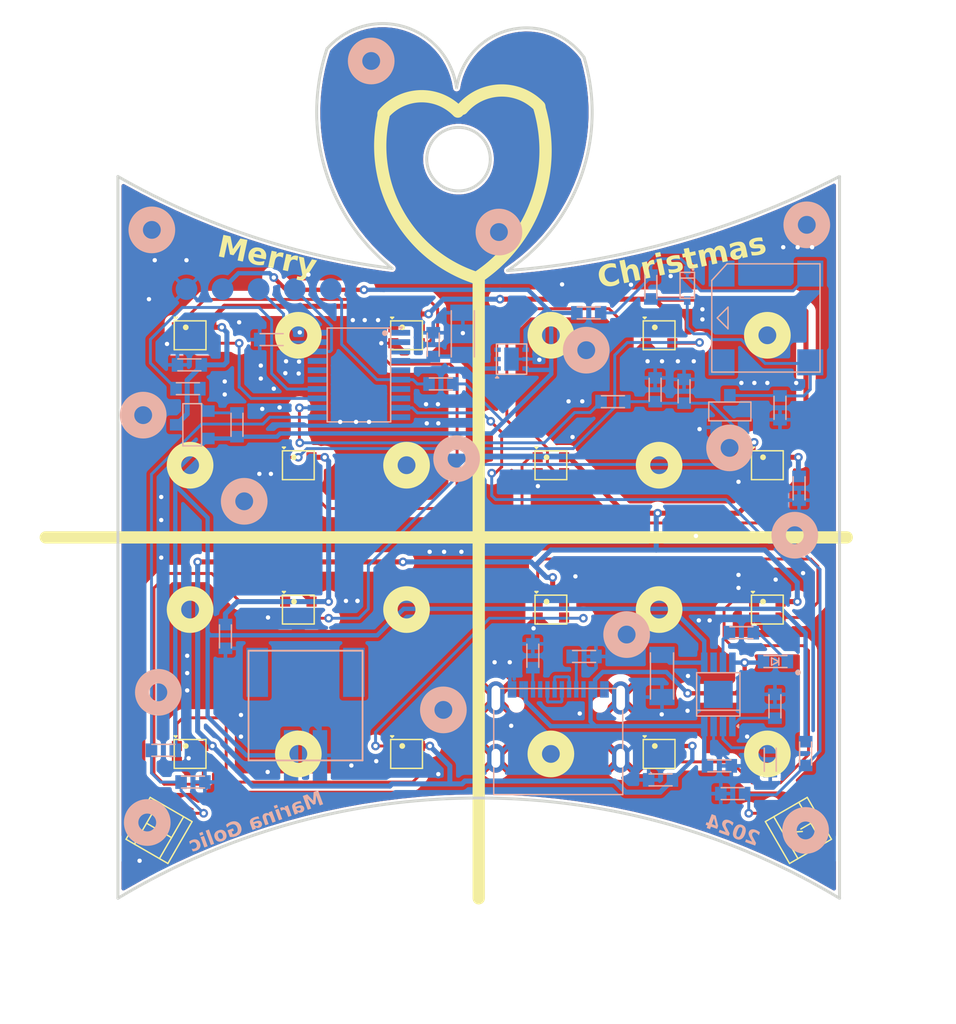
<source format=kicad_pcb>
(kicad_pcb (version 20240108) (generator "pcbnew") (generator_version "8.0")
  (layers (0 "F.Cu" signal) (31 "B.Cu" signal) (34 "B.Paste" user) (35 "F.Paste" user) (36 "B.SilkS" user "B.Silkscreen") (37 "F.SilkS" user "F.Silkscreen") (38 "B.Mask" user) (39 "F.Mask" user) (44 "Edge.Cuts" user))
  (net 0 "")
  (net 1 "/DIN")
  (net 2 "WS_SUPPLY")
  (net 6 "VDD")
  (net 7 "/BTN1")
  (net 12 "Net-(Q2-G)")
  (net 13 "Net-(Q2-D)")
  (net 14 "Net-(C13-Pad2)")
  (net 16 "Net-(CONN2-DP1)")
  (net 17 "VUSB")
  (net 18 "Net-(CONN2-DN1)")
  (net 20 "/PERIPH_SUPPLY")
  (net 22 "/SW_DIO")
  (net 23 "GND")
  (net 24 "Net-(LED1-DO)")
  (net 25 "/BTN2")
  (net 26 "Net-(LED2-DO)")
  (net 27 "Net-(LED3-DO)")
  (net 29 "/RST")
  (net 30 "Net-(LED5-DO)")
  (net 31 "/SW_CLK")
  (net 32 "/BUZZER")
  (net 33 "Net-(LED6-DO)")
  (net 34 "Net-(IC2-TEMP)")
  (net 35 "Net-(LED7-DO)")
  (net 36 "Net-(IC2-PROG)")
  (net 37 "Net-(LED4-DO)")
  (net 38 "Net-(LED8-DO)")
  (net 39 "Net-(Q1-G)")
  (net 40 "Net-(LED10-DI)")
  (net 41 "Net-(LED10-DO)")
  (net 42 "Net-(LED11-DO)")
  (net 44 "Net-(CONN2-CC1)")
  (net 45 "Net-(CONN2-CC2)")
  (net 49 "Net-(IC2-CHRG)")
  (net 50 "Net-(LED13-K)")
  (net 52 "3V3")
  (footprint "BornaKiCadLibrary:TSA007A1518B03" (layer "F.Cu") (at 147.15 115.3 -60)
    (property "Reference" "SW1")
    (property "Value" "BZCN_TSA007A1518B03")
  )
  (footprint "BornaKiCadLibrary:WS2812B-2020" (layer "F.Cu") (at 145 90)
    (property "Reference" "LED6")
    (property "Value" "WS2812B-2020")
  )
  (footprint "BornaKiCadLibrary:WS2812B-2020" (layer "F.Cu") (at 130 90)
    (property "Reference" "LED5")
    (property "Value" "WS2812B-2020")
  )
  (footprint "BornaKiCadLibrary:WS2812B-2020" (layer "F.Cu") (at 105 110)
    (property "Reference" "LED8")
    (property "Value" "WS2812B-2020")
  )
  (footprint "BornaKiCadLibrary:WS2812B-2020" (layer "F.Cu") (at 145 100)
    (property "Reference" "LED11")
    (property "Value" "WS2812B-2020")
  )
  (footprint "BornaKiCadLibrary:WS2812B-2020" (layer "F.Cu") (at 137.5 110)
    (property "Reference" "LED12")
    (property "Value" "WS2812B-2020")
  )
  (footprint "BornaKiCadLibrary:WS2812B-2020" (layer "F.Cu") (at 120 81)
    (property "Reference" "LED2")
    (property "Value" "WS2812B-2020")
  )
  (footprint "BornaKiCadLibrary:WS2812B-2020" (layer "F.Cu") (at 120 110)
    (property "Reference" "LED9")
    (property "Value" "WS2812B-2020")
  )
  (footprint "BornaKiCadLibrary:WS2812B-2020" (layer "F.Cu") (at 112.5 100)
    (property "Reference" "LED7")
    (property "Value" "WS2812B-2020")
  )
  (footprint "BornaKiCadLibrary:WS2812B-2020" (layer "F.Cu") (at 105 81)
    (property "Reference" "LED1")
    (property "Value" "WS2812B-2020")
  )
  (footprint "BornaKiCadLibrary:TSA007A1518B03" (layer "F.Cu") (at 102.85 115.3 60)
    (property "Reference" "SW2")
    (property "Value" "BZCN_TSA007A1518B03")
  )
  (footprint "BornaKiCadLibrary:WS2812B-2020" (layer "F.Cu") (at 130 100)
    (property "Reference" "LED10")
    (property "Value" "WS2812B-2020")
  )
  (footprint "BornaKiCadLibrary:WS2812B-2020" (layer "F.Cu") (at 112.5 90)
    (property "Reference" "LED3")
    (property "Value" "WS2812B-2020")
  )
  (footprint "BornaKiCadLibrary:WS2812B-2020" (layer "F.Cu") (at 137.5 81)
    (property "Reference" "LED4")
    (property "Value" "WS2812B-2020")
  )
  (footprint "BornaKiCadLibrary:R0603" (layer "B.Cu") (at 145.2 110.4 90)
    (property "Reference" "R4")
    (property "Value" "10k")
  )
  (footprint "BornaKiCadLibrary:TSSOP20" (layer "B.Cu") (at 116.7 83.75 180)
    (property "Reference" "IC1")
    (property "Value" "STM32C011F6")
  )
  (footprint "BornaKiCadLibrary:C0603" (layer "B.Cu") (at 141.675 110.825 180)
    (property "Reference" "C2")
    (property "Value" "100n")
  )
  (footprint "BornaKiCadLibrary:C0603" (layer "B.Cu") (at 107.45 101.86 90)
    (property "Reference" "C5")
    (property "Value" "100n")
  )
  (footprint "BornaKiCadLibrary:R0603" (layer "B.Cu") (at 108.25 87.2 -90)
    (property "Reference" "R11")
    (property "Value" "100k")
  )
  (footprint "BornaKiCadLibrary:C0603" (layer "B.Cu") (at 105.2 111.95 180)
    (property "Reference" "C10")
    (property "Value" "100n")
  )
  (footprint "BornaKiCadLibrary:R0603" (layer "B.Cu") (at 128.75 103.2 90)
    (property "Reference" "R2")
    (property "Value" "5k1")
  )
  (footprint "BornaKiCadLibrary:R0603" (layer "B.Cu") (at 103.15 109.75)
    (property "Reference" "R10")
    (property "Value" "10k")
  )
  (footprint "BornaKiCadLibrary:R0603" (layer "B.Cu") (at 122.38 84.37 180)
    (property "Reference" "R7")
    (property "Value" "100k")
  )
  (footprint "BornaKiCadLibrary:R0603" (layer "B.Cu") (at 110.65 81.3)
    (property "Reference" "R8")
    (property "Value" "100k")
  )
  (footprint "BornaKiCadLibrary:WSON-6" (layer "B.Cu") (at 127.275 82.65)
    (property "Reference" "U1")
    (property "Value" "TPS7A2633DRVR")
  )
  (footprint "BornaKiCadLibrary:C1206" (layer "B.Cu") (at 123.9 80.9 -90)
    (property "Reference" "C8")
    (property "Value" "10uF")
  )
  (footprint "BornaKiCadLibrary:C0603" (layer "B.Cu") (at 147.2 91.6 90)
    (property "Reference" "C4")
    (property "Value" "100n")
  )
  (footprint "BornaKiCadLibrary:R0603" (layer "B.Cu") (at 143.2 101.6)
    (property "Reference" "R3")
    (property "Value" "10k")
  )
  (footprint "BornaKiCadLibrary:C0603" (layer "B.Cu") (at 121.85 81.65 -90)
    (property "Reference" "C7")
    (property "Value" "100n")
  )
  (footprint "BornaKiCadLibrary:SOD323" (layer "B.Cu") (at 139.45 77.54 90)
    (property "Reference" "D1")
    (property "Value" "BAT20JFILM")
  )
  (footprint "BornaKiCadLibrary:SOT-23-3L" (layer "B.Cu") (at 142.4 86.275 180)
    (property "Reference" "Q2")
    (property "Value" "CJ3400")
  )
  (footprint "BornaKiCadLibrary:LED_0603" (layer "B.Cu") (at 145.6 103.6)
    (property "Reference" "LED13")
    (property "Value" "~")
  )
  (footprint "BornaKiCadLibrary:TYPE-C_16PIN_2MD(073)" (layer "B.Cu") (at 130.51 109.14 180)
    (property "Reference" "CONN2")
    (property "Value" "TYPE-C_16PIN_2MD(073)")
  )
  (footprint "BornaKiCadLibrary:R0603" (layer "B.Cu") (at 104.85 84.7)
    (property "Reference" "R6")
    (property "Value" "100R")
  )
  (footprint "BornaKiCadLibrary:R0603" (layer "B.Cu") (at 147.65 109.975 90)
    (property "Reference" "R9")
    (property "Value" "10k")
  )
  (footprint "BornaKiCadLibrary:TP-1_5mm" (layer "B.Cu") (at 107.25 77.8 -90)
    (property "Reference" "TP2")
    (property "Value" "~")
  )
  (footprint "BornaKiCadLibrary:C0603" (layer "B.Cu") (at 137.6 111.8)
    (property "Reference" "C6")
    (property "Value" "100n")
  )
  (footprint "BornaKiCadLibrary:JST_S2B-PH-SM4-TB" (layer "B.Cu") (at 113 110.1 180)
    (property "Reference" "CONN1")
    (property "Value" "S2B-PH-SM4-TB")
  )
  (footprint "BornaKiCadLibrary:EMSOP" (layer "B.Cu") (at 141.6 105.875 90)
    (property "Reference" "IC2")
    (property "Value" "TP4056-42")
  )
  (footprint "BornaKiCadLibrary:R0603" (layer "B.Cu") (at 145.525 106.7 -90)
    (property "Reference" "R5")
    (property "Value" "10k")
  )
  (footprint "BornaKiCadLibrary:TP-1_5mm" (layer "B.Cu") (at 114.75 77.8 -90)
    (property "Reference" "TP5")
    (property "Value" "~")
  )
  (footprint "BornaKiCadLibrary:C0603" (layer "B.Cu") (at 142.6 112.75)
    (property "Reference" "C9")
    (property "Value" "100n")
  )
  (footprint "BornaKiCadLibrary:TP-1_5mm" (layer "B.Cu") (at 109.75 77.8 -90)
    (property "Reference" "TP3")
    (property "Value" "~")
  )
  (footprint "BornaKiCadLibrary:C0603" (layer "B.Cu") (at 136.93 77.66 90)
    (property "Reference" "C13")
    (property "Value" "10n")
  )
  (footprint "BornaKiCadLibrary:C0603" (layer "B.Cu") (at 137.225 84.775 -90)
    (property "Reference" "C11")
    (property "Value" "DNP")
  )
  (footprint "BornaKiCadLibrary:R0603" (layer "B.Cu") (at 134.3 85.6)
    (property "Reference" "R12")
    (property "Value" "100R")
  )
  (footprint "BornaKiCadLibrary:C1206" (layer "B.Cu") (at 137.7 104.6 90)
    (property "Reference" "C3")
    (property "Value" "10u")
  )
  (footprint "BornaKiCadLibrary:TP-1_5mm" (layer "B.Cu") (at 104.75 77.8 -90)
    (property "Reference" "TP1")
    (property "Value" "~")
  )
  (footprint "BornaKiCadLibrary:SOT-23-3L" (layer "B.Cu") (at 105.15 87.2 -90)
    (property "Reference" "Q1")
    (property "Value" "AO3401A")
  )
  (footprint "BornaKiCadLibrary:TP-1_5mm" (layer "B.Cu") (at 112.25 77.8 -90)
    (property "Reference" "TP4")
    (property "Value" "~")
  )
  (footprint "BornaKiCadLibrary:MTL-7525" (layer "B.Cu") (at 144.9 79.8 180)
    (property "Reference" "SPK1")
    (property "Value" "MLT-7525")
  )
  (footprint "BornaKiCadLibrary:R0603" (layer "B.Cu") (at 132.625 79.45 180)
    (property "Reference" "R14")
    (property "Value" "10R")
  )
  (footprint "BornaKiCadLibrary:R0603" (layer "B.Cu") (at 139.23 84.88 -90)
    (property "Reference" "R13")
    (property "Value" "100k")
  )
  (footprint "BornaKiCadLibrary:R0603" (layer "B.Cu") (at 132.3 103.25)
    (property "Reference" "R1")
    (property "Value" "5k1")
  )
  (footprint "BornaKiCadLibrary:C0603" (layer "B.Cu") (at 104.95 83.05)
    (property "Reference" "C1")
    (property "Value" "100n")
  )
  (footprint "BornaKiCadLibrary:C0603" (layer "B.Cu") (at 145.875 86.025 90)
    (property "Reference" "C12")
    (property "Value" "DNP")
  )
  (gr_circle (center 132.45 82.031966) (end 133.568034 82.031966) (stroke (width 1)) (fill none) (layer "B.SilkS"))
  (gr_circle (center 123.468034 89.55) (end 124.586068 89.55) (stroke (width 1)) (fill none) (layer "B.SilkS"))
  (gr_circle (center 142.381966 88.8) (end 143.5 88.8) (stroke (width 1)) (fill none) (layer "B.SilkS"))
  (gr_circle (center 101.75 86.531966) (end 102.868034 86.531966) (stroke (width 1)) (fill none) (layer "B.SilkS"))
  (gr_circle (center 108.75 92.5) (end 109.868034 92.5) (stroke (width 1)) (fill none) (layer "B.SilkS"))
  (gr_circle (center 117.55 62) (end 118.668034 62) (stroke (width 1)) (fill none) (layer "B.SilkS"))
  (gr_circle (center 147.731966 73.35) (end 148.85 73.35) (stroke (width 1)) (fill none) (layer "B.SilkS"))
  (gr_circle (center 135.25 101.731966) (end 136.368034 101.731966) (stroke (width 1)) (fill none) (layer "B.SilkS"))
  (gr_circle (center 147.65 115.3) (end 148.768034 115.3) (stroke (width 1)) (fill none) (layer "B.SilkS"))
  (gr_circle (center 102.35 73.7) (end 103.468034 73.7) (stroke (width 1)) (fill none) (layer "B.SilkS"))
  (gr_circle (center 102.031966 114.75) (end 103.15 114.75) (stroke (width 1)) (fill none) (layer "B.SilkS"))
  (gr_circle (center 122.55 106.95) (end 123.668034 106.95) (stroke (width 1)) (fill none) (layer "B.SilkS"))
  (gr_circle (center 146.9 94.85) (end 148.018034 94.85) (stroke (width 1)) (fill none) (layer "B.SilkS"))
  (gr_circle (center 102.8 105.731966) (end 103.918034 105.731966) (stroke (width 1)) (fill none) (layer "B.SilkS"))
  (gr_circle (center 126.4 73.85) (end 127.518034 73.85) (stroke (width 1)) (fill none) (layer "B.SilkS"))
  (gr_arc (start 129.199998 65.233913) (mid 128.992423 71.826829) (end 124.9 77) (stroke (width 0.85)) (layer "F.SilkS"))
  (gr_circle (center 145 81) (end 146.118034 81) (stroke (width 1)) (fill none) (layer "F.SilkS"))
  (gr_circle (center 145 110) (end 146.118034 110) (stroke (width 1)) (fill none) (layer "F.SilkS"))
  (gr_circle (center 130 110) (end 131.118034 110) (stroke (width 1)) (fill none) (layer "F.SilkS"))
  (gr_circle (center 120 90) (end 121.118034 90) (stroke (width 1)) (fill none) (layer "F.SilkS"))
  (gr_line (start 125 120) (end 125 77) (stroke (width 0.85)) (layer "F.SilkS"))
  (gr_circle (center 137.5 90) (end 138.618034 90) (stroke (width 1)) (fill none) (layer "F.SilkS"))
  (gr_circle (center 112.5 81) (end 113.618034 81) (stroke (width 1)) (fill none) (layer "F.SilkS"))
  (gr_circle (center 105 90) (end 106.118034 90) (stroke (width 1)) (fill none) (layer "F.SilkS"))
  (gr_line (start 95 95) (end 150.5 95) (stroke (width 0.85)) (layer "F.SilkS"))
  (gr_arc (start 118.400982 65.66213) (mid 120.943651 64.441505) (end 123.555786 65.505386) (stroke (width 0.85)) (layer "F.SilkS"))
  (gr_circle (center 112.5 110) (end 113.618034 110) (stroke (width 1)) (fill none) (layer "F.SilkS"))
  (gr_circle (center 137.5 100) (end 138.618034 100) (stroke (width 1)) (fill none) (layer "F.SilkS"))
  (gr_arc (start 123.857893 65.306745) (mid 126.494213 64.044615) (end 129.199999 65.150001) (stroke (width 0.85)) (layer "F.SilkS"))
  (gr_circle (center 120 100) (end 121.118034 100) (stroke (width 1)) (fill none) (layer "F.SilkS"))
  (gr_circle (center 105 100) (end 106.118034 100) (stroke (width 1)) (fill none) (layer "F.SilkS"))
  (gr_arc (start 124.90927 77.052473) (mid 119.468473 72.705383) (end 118.400982 65.823529) (stroke (width 0.85)) (layer "F.SilkS"))
  (gr_circle (center 130 81) (end 131.118034 81) (stroke (width 1)) (fill none) (layer "F.SilkS"))
  (gr_arc (start 123.465836 63.853887) (mid 127.177031 59.837949) (end 132.299998 61.75) (stroke (width 0.2)) (layer "Edge.Cuts"))
  (gr_arc (start 132.299998 61.75) (mid 132.087681 70.008002) (end 127 76.516087) (stroke (width 0.2)) (layer "Edge.Cuts"))
  (gr_arc (start 119 76.36521) (mid 114.34073 69.462737) (end 114.491712 61.136266) (stroke (width 0.2)) (layer "Edge.Cuts"))
  (gr_line (start 150 70) (end 150 120) (stroke (width 0.2)) (layer "Edge.Cuts"))
  (gr_arc (start 150 70) (mid 138.826112 74.40913) (end 127 76.516087) (stroke (width 0.2)) (layer "Edge.Cuts"))
  (gr_circle (center 123.6 68.8) (end 125.8 68.8) (stroke (width 0.2)) (fill none) (layer "Edge.Cuts"))
  (gr_arc (start 100 120) (mid 125 113.054162) (end 150 120) (stroke (width 0.2)) (layer "Edge.Cuts"))
  (gr_arc (start 114.500954 61.136266) (mid 119.853355 59.631527) (end 123.465834 63.857923) (stroke (width 0.2)) (layer "Edge.Cuts"))
  (gr_arc (start 119 76.36521) (mid 109.186094 74.119608) (end 100 70) (stroke (width 0.2)) (layer "Edge.Cuts"))
  (gr_line (start 100 70) (end 100 120) (stroke (width 0.2)) (layer "Edge.Cuts"))
  (gr_text "2024" (at 144.2 116.55 340) (layer "B.SilkS") (effects (font (size 1 1) (thickness 0.25) (bold yes)) (justify left bottom mirror)))
  (gr_text "Marina Golic" (at 114.4 113.6 20) (layer "B.SilkS") (effects (font (size 1 1) (thickness 0.25) (bold yes)) (justify left bottom mirror)))
  (gr_text "Merry" (at 106.75 75.75 348) (layer "F.SilkS") (effects (font (size 1.5 1.5) (thickness 0.3) (bold yes)) (justify left bottom)))
  (gr_text "Christmas\n" (at 133.45 78 12) (layer "F.SilkS") (effects (font (size 1.5 1.5) (thickness 0.3) (bold yes)) (justify left bottom)))
  (segment (start 147.975 81.775) (end 149 81.775) (width 0) (layer "B.Cu") (net 0))
  (segment (start 148.75 81.76) (end 148.75 81.775) (width 0) (layer "B.Cu") (net 0))
  (segment (start 149 81.775) (end 149 77.825) (width 0) (layer "B.Cu") (net 0))
  (segment (start 146.84 82.65) (end 146.84 81.81) (width 0) (layer "B.Cu") (net 0))
  (segment (start 148.75 81.775) (end 147.975 81.775) (width 0) (layer "B.Cu") (net 0))
  (segment (start 149 78.1) (end 147.975 79.125) (width 0) (layer "B.Cu") (net 0))
  (segment (start 147.975 79.125) (end 147.975 81.775) (width 0) (layer "B.Cu") (net 0))
  (segment (start 146.84 81.81) (end 146.89 81.76) (width 0) (layer "B.Cu") (net 0))
  (segment (start 149 77.825) (end 149 78.1) (width 0) (layer "B.Cu") (net 0))
  (segment (start 146.89 81.76) (end 148.75 81.76) (width 0) (layer "B.Cu") (net 0))
  (segment (start 105.915 81.55) (end 108 81.55) (width 0.2) (layer "F.Cu") (net 1))
  (segment (start 108 81.55) (end 108.4 81.55) (width 0.2) (layer "F.Cu") (net 1))
  (via (at 108.4 81.55) (size 0.6) (drill 0.3) (layers "F.Cu" "B.Cu") (net 1))
  (segment (start 109.225 85.375) (end 113.825 85.375) (width 0.2) (layer "B.Cu") (net 1))
  (segment (start 108.4 81.55) (end 108.4 84.6) (width 0.2) (layer "B.Cu") (net 1))
  (segment (start 108.45 84.6) (end 109.225 85.375) (width 0.2) (layer "B.Cu") (net 1))
  (segment (start 108.4 84.6) (end 108.45 84.6) (width 0.2) (layer "B.Cu") (net 1))
  (segment (start 137.4 93.325) (end 135.14 93.325) (width 0.35) (layer "F.Cu") (net 2))
  (segment (start 110.45 96.7) (end 119.75 96.7) (width 0.35) (layer "F.Cu") (net 2))
  (segment (start 145.915 99.45) (end 147.075 99.45) (width 0.35) (layer "F.Cu") (net 2))
  (segment (start 106.65 80.45) (end 107.2 80.45) (width 0.35) (layer "F.Cu") (net 2))
  (segment (start 145.915 89.45) (end 147.15 89.45) (width 0.35) (layer "F.Cu") (net 2))
  (segment (start 130.125 98.66) (end 130.915 99.45) (width 0.35) (layer "F.Cu") (net 2))
  (segment (start 105.915 109.45) (end 106.55 109.45) (width 0.35) (layer "F.Cu") (net 2))
  (segment (start 145.915 89.45) (end 145.365 89.45) (width 0.35) (layer "F.Cu") (net 2))
  (segment (start 113.415 99.45) (end 114.6 99.45) (width 0.35) (layer "F.Cu") (net 2))
  (segment (start 144.81 91.515) (end 143 93.325) (width 0.35) (layer "F.Cu") (net 2))
  (segment (start 130.125 97.775) (end 130.125 98.66) (width 0.35) (layer "F.Cu") (net 2))
  (segment (start 147.675 87.69) (end 145.915 89.45) (width 0.35) (layer "F.Cu") (net 2))
  (segment (start 138.415 109.45) (end 139.8 109.45) (width 0.3) (layer "F.Cu") (net 2))
  (segment (start 138.415 79.74) (end 138.415 80.45) (width 0.35) (layer "F.Cu") (net 2))
  (segment (start 146.825 78.5) (end 147.675 79.35) (width 0.35) (layer "F.Cu") (net 2))
  (segment (start 105.915 80.45) (end 106.65 80.45) (width 0.35) (layer "F.Cu") (net 2))
  (segment (start 145.365 89.45) (end 144.81 90.005) (width 0.35) (layer "F.Cu") (net 2))
  (segment (start 119.75 96.7) (end 119.825 96.7) (width 0.35) (layer "F.Cu") (net 2))
  (segment (start 106.65 80.45) (end 106.65 79.725) (width 0.35) (layer "F.Cu") (net 2))
  (segment (start 107.3825 78.9925) (end 120.675 78.9925) (width 0.35) (layer "F.Cu") (net 2))
  (segment (start 120.915 79.2325) (end 120.915 79.525) (width 0.35) (layer "F.Cu") (net 2))
  (segment (start 131.265 89.45) (end 130.915 89.45) (width 0.35) (layer "F.Cu") (net 2))
  (segment (start 137.175 78.5) (end 138.415 79.74) (width 0.35) (layer "F.Cu") (net 2))
  (segment (start 113.415 99.45) (end 110.665 96.7) (width 0.35) (layer "F.Cu") (net 2))
  (segment (start 120.915 79.525) (end 120.915 80.45) (width 0.35) (layer "F.Cu") (net 2))
  (segment (start 120.675 78.9925) (end 120.915 79.2325) (width 0.35) (layer "F.Cu") (net 2))
  (segment (start 126.475 78.5) (end 137.175 78.5) (width 0.35) (layer "F.Cu") (net 2))
  (segment (start 120.915 79.525) (end 121.525 79.525) (width 0.35) (layer "F.Cu") (net 2))
  (segment (start 144.81 90.005) (end 144.81 91.515) (width 0.35) (layer "F.Cu") (net 2))
  (segment (start 147.675 79.35) (end 147.675 87.69) (width 0.35) (layer "F.Cu") (net 2))
  (segment (start 110.45 96.7) (end 105.525 96.7) (width 0.35) (layer "F.Cu") (net 2))
  (segment (start 110.665 96.7) (end 110.45 96.7) (width 0.35) (layer "F.Cu") (net 2))
  (segment (start 106.65 79.725) (end 107.3825 78.9925) (width 0.35) (layer "F.Cu") (net 2))
  (segment (start 121.615 109.45) (end 120.915 109.45) (width 0.35) (layer "F.Cu") (net 2))
  (segment (start 143 93.325) (end 137.4 93.325) (width 0.35) (layer "F.Cu") (net 2))
  (segment (start 135.14 93.325) (end 131.265 89.45) (width 0.35) (layer "F.Cu") (net 2))
  (segment (start 137.175 78.5) (end 146.825 78.5) (width 0.35) (layer "F.Cu") (net 2))
  (segment (start 113.415 89.45) (end 114.325 89.45) (width 0.35) (layer "F.Cu") (net 2))
  (via (at 121.615 109.45) (size 0.6) (drill 0.3) (layers "F.Cu" "B.Cu") (net 2))
  (via (at 137.4 93.325) (size 0.6) (drill 0.3) (layers "F.Cu" "B.Cu") (net 2))
  (via (at 119.75 96.7) (size 0.6) (drill 0.3) (layers "F.Cu" "B.Cu") (net 2))
  (via (at 121.525 79.525) (size 0.6) (drill 0.3) (layers "F.Cu" "B.Cu") (net 2))
  (via (at 106.55 109.45) (size 0.6) (drill 0.3) (layers "F.Cu" "B.Cu") (net 2))
  (via (at 130.125 97.775) (size 0.6) (drill 0.3) (layers "F.Cu" "B.Cu") (net 2))
  (via (at 114.325 89.45) (size 0.6) (drill 0.3) (layers "F.Cu" "B.Cu") (net 2))
  (via (at 105.525 96.7) (size 0.6) (drill 0.3) (layers "F.Cu" "B.Cu") (net 2))
  (via (at 126.475 78.5) (size 0.6) (drill 0.3) (layers "F.Cu" "B.Cu") (net 2))
  (via (at 147.15 89.45) (size 0.6) (drill 0.3) (layers "F.Cu" "B.Cu") (net 2))
  (via (at 114.6 99.45) (size 0.6) (drill 0.3) (layers "F.Cu" "B.Cu") (net 2))
  (via (at 139.8 109.45) (size 0.6) (drill 0.3) (layers "F.Cu" "B.Cu") (net 2))
  (via (at 107.2 80.45) (size 0.6) (drill 0.3) (layers "F.Cu" "B.Cu") (net 2))
  (via (at 147.075 99.45) (size 0.6) (drill 0.3) (layers "F.Cu" "B.Cu") (net 2))
  (segment (start 104.8 86.45) (end 104.05 87.2) (width 0.35) (layer "B.Cu") (net 2))
  (segment (start 123.843242 112.075) (end 123 112.075) (width 0.35) (layer "B.Cu") (net 2))
  (segment (start 114.325 89.45) (end 114.6 89.725) (width 0.35) (layer "B.Cu") (net 2))
  (segment (start 107.45 100.29) (end 107.45 101.035) (width 0.35) (layer "B.Cu") (net 2))
  (segment (start 114.6 99.45) (end 108.29 99.45) (width 0.35) (layer "B.Cu") (net 2))
  (segment (start 107.2 80.45) (end 107.55 80.8) (width 0.35) (layer "B.Cu") (net 2))
  (segment (start 128.9 96.975) (end 129.5 97.575) (width 0.35) (layer "B.Cu") (net 2))
  (segment (start 139.8 109.45) (end 139.8 110.425) (width 0.3) (layer "B.Cu") (net 2))
  (segment (start 137.3 95.875) (end 144.825 95.875) (width 0.35) (layer "B.Cu") (net 2))
  (segment (start 121.525 79.525) (end 122.55 78.5) (width 0.35) (layer "B.Cu") (net 2))
  (segment (start 107.35 83.05) (end 105.775 83.05) (width 0.35) (layer "B.Cu") (net 2))
  (segment (start 134.422026 111.876621) (end 124.041621 111.876621) (width 0.35) (layer "B.Cu") (net 2))
  (segment (start 105.775 83.125) (end 104.8 84.1) (width 0.35) (layer "B.Cu") (net 2))
  (segment (start 147.075 98.125) (end 147.075 99.45) (width 0.35) (layer "B.Cu") (net 2))
  (segment (start 144.825 95.875) (end 147.075 98.125) (width 0.35) (layer "B.Cu") (net 2))
  (segment (start 130 95.875) (end 137.3 95.875) (width 0.35) (layer "B.Cu") (net 2))
  (segment (start 129.5 97.575) (end 129.7 97.775) (width 0.35) (layer "B.Cu") (net 2))
  (segment (start 105.775 83.05) (end 105.775 83.125) (width 0.35) (layer "B.Cu") (net 2))
  (segment (start 108.29 99.45) (end 107.45 100.29) (width 0.35) (layer "B.Cu") (net 2))
  (segment (start 135.195405 112.65) (end 134.422026 111.876621) (width 0.35) (layer "B.Cu") (net 2))
  (segment (start 128.9 96.975) (end 130 95.875) (width 0.35) (layer "B.Cu") (net 2))
  (segment (start 124.041621 111.876621) (end 123.843242 112.075) (width 0.35) (layer "B.Cu") (net 2))
  (segment (start 114.6 89.725) (end 114.6 99.45) (width 0.35) (layer "B.Cu") (net 2))
  (segment (start 128.625 96.7) (end 128.9 96.975) (width 0.35) (layer "B.Cu") (net 2))
  (segment (start 106.55 109.45) (end 105.525 108.425) (width 0.35) (layer "B.Cu") (net 2))
  (segment (start 122.55 78.5) (end 126.475 78.5) (width 0.35) (layer "B.Cu") (net 2))
  (segment (start 104.8 84.1) (end 104.8 86.45) (width 0.35) (layer "B.Cu") (net 2))
  (segment (start 147.15 89.45) (end 147.15 90.725) (width 0.35) (layer "B.Cu") (net 2))
  (segment (start 123 112.075) (end 118.99 112.075) (width 0.35) (layer "B.Cu") (net 2))
  (segment (start 147.15 90.725) (end 147.2 90.775) (width 0.35) (layer "B.Cu") (net 2))
  (segment (start 118.84 112.225) (end 109.325 112.225) (width 0.35) (layer "B.Cu") (net 2))
  (segment (start 137.3 93.425) (end 137.4 93.325) (width 0.35) (layer "B.Cu") (net 2))
  (segment (start 107.55 82.85) (end 107.35 83.05) (width 0.35) (layer "B.Cu") (net 2))
  (segment (start 139.8 110.425) (end 138.425 111.8) (width 0.3) (layer "B.Cu") (net 2))
  (segment (start 121.615 109.45) (end 123 110.835) (width 0.35) (layer "B.Cu") (net 2))
  (segment (start 109.325 112.225) (end 106.55 109.45) (width 0.35) (layer "B.Cu") (net 2))
  (segment (start 118.99 112.075) (end 118.84 112.225) (width 0.35) (layer "B.Cu") (net 2))
  (segment (start 137.575 112.65) (end 135.195405 112.65) (width 0.35) (layer "B.Cu") (net 2))
  (segment (start 137.3 95.875) (end 137.3 93.425) (width 0.35) (layer "B.Cu") (net 2))
  (segment (start 129.7 97.775) (end 130.125 97.775) (width 0.35) (layer "B.Cu") (net 2))
  (segment (start 105.525 108.425) (end 105.525 96.7) (width 0.35) (layer "B.Cu") (net 2))
  (segment (start 107.55 80.8) (end 107.55 82.85) (width 0.35) (layer "B.Cu") (net 2))
  (segment (start 123 110.835) (end 123 112.075) (width 0.35) (layer "B.Cu") (net 2))
  (segment (start 138.425 111.8) (end 137.575 112.65) (width 0.35) (layer "B.Cu") (net 2))
  (segment (start 119.75 96.7) (end 128.625 96.7) (width 0.35) (layer "B.Cu") (net 2))
  (segment (start 111.65 77.85) (end 110.8 77) (width 0.3) (layer "F.Cu") (net 6))
  (segment (start 117.05 77.85) (end 111.65 77.85) (width 0.3) (layer "F.Cu") (net 6))
  (via (at 117.05 77.85) (size 0.6) (drill 0.3) (layers "F.Cu" "B.Cu") (net 6))
  (via (at 110.8 77) (size 0.6) (drill 0.3) (layers "F.Cu" "B.Cu") (net 6))
  (segment (start 118.45 77.85) (end 118.2 77.85) (width 0.3) (layer "B.Cu") (net 6))
  (segment (start 126.5 87.209239) (end 126.70462 87.00462) (width 0.3) (layer "B.Cu") (net 6))
  (segment (start 138.2375 103.675) (end 137.7 103.1375) (width 0.3) (layer "B.Cu") (net 6))
  (segment (start 129.7375 79.1625) (end 128.25 80.65) (width 0.3) (layer "B.Cu") (net 6))
  (segment (start 106.215 107.409239) (end 108.905761 110.1) (width 0.3) (layer "B.Cu") (net 6))
  (segment (start 123.205 84.37) (end 124.088529 84.37) (width 0.2) (layer "B.Cu") (net 6))
  (segment (start 106.215 101.6) (end 106.215 107.409239) (width 0.3) (layer "B.Cu") (net 6))
  (segment (start 128.25 80.65) (end 128.25 82) (width 0.3) (layer "B.Cu") (net 6))
  (segment (start 103.975 91.4) (end 103.975 109.75) (width 0.3) (layer "B.Cu") (net 6))
  (segment (start 126.70462 86.986091) (end 126.70462 87.00462) (width 0.2) (layer "B.Cu") (net 6))
  (segment (start 106.215 101.6) (end 106.4 101.785) (width 0.3) (layer "B.Cu") (net 6))
  (segment (start 125.909239 87.8) (end 126.10462 87.60462) (width 0.3) (layer "B.Cu") (net 6))
  (segment (start 129.7375 79.1625) (end 130.025 79.45) (width 0.3) (layer "B.Cu") (net 6))
  (segment (start 130.025 83.4) (end 128.35 83.4) (width 0.3) (layer "B.Cu") (net 6))
  (segment (start 108.905761 110.1) (end 112 110.1) (width 0.3) (layer "B.Cu") (net 6))
  (segment (start 130.025 83.684239) (end 130.025 83.4) (width 0.3) (layer "B.Cu") (net 6))
  (segment (start 145.962 99.95) (end 138.4 99.95) (width 0.3) (layer "B.Cu") (net 6))
  (segment (start 125.90924 87.8) (end 126.10462 87.60462) (width 0.3) (layer "B.Cu") (net 6))
  (segment (start 130.025 83.3) (end 130.025 79.45) (width 0.3) (layer "B.Cu") (net 6))
  (segment (start 147.65 101.638) (end 145.962 99.95) (width 0.3) (layer "B.Cu") (net 6))
  (segment (start 111.24071 87.8) (end 125.90924 87.8) (width 0.3) (layer "B.Cu") (net 6))
  (segment (start 111.01571 88.025) (end 111.24071 87.8) (width 0.3) (layer "B.Cu") (net 6))
  (segment (start 103.975 90.425) (end 103.975 91.4) (width 0.3) (layer "B.Cu") (net 6))
  (segment (start 117.965 101.785) (end 119.8 99.95) (width 0.3) (layer "B.Cu") (net 6))
  (segment (start 103.975 91.4) (end 106.215 93.64) (width 0.3) (layer "B.Cu") (net 6))
  (segment (start 130.025 79.45) (end 131.8 79.45) (width 0.3) (layer "B.Cu") (net 6))
  (segment (start 128.5375 77.9625) (end 129.7375 79.1625) (width 0.3) (layer "B.Cu") (net 6))
  (segment (start 130.025 83.4) (end 130.025 83.3) (width 0.3) (layer "B.Cu") (net 6))
  (segment (start 128.425 77.85) (end 118.45 77.85) (width 0.3) (layer "B.Cu") (net 6))
  (segment (start 118.45 77.85) (end 118.3 77.85) (width 0.3) (layer "B.Cu") (net 6))
  (segment (start 110.5 76.7) (end 108.35 76.7) (width 0.3) (layer "B.Cu") (net 6))
  (segment (start 126.10462 87.60462) (end 126.5 87.209239) (width 0.3) (layer "B.Cu") (net 6))
  (segment (start 106.25 88.15) (end 103.975 90.425) (width 0.3) (layer "B.Cu") (net 6))
  (segment (start 128.5375 77.9625) (end 128.425 77.85) (width 0.3) (layer "B.Cu") (net 6))
  (segment (start 119.8 99.95) (end 138.4 99.95) (width 0.3) (layer "B.Cu") (net 6))
  (segment (start 106.4 101.785) (end 117.965 101.785) (width 0.3) (layer "B.Cu") (net 6))
  (segment (start 108.35 76.7) (end 107.25 77.8) (width 0.3) (layer "B.Cu") (net 6))
  (segment (start 126.70462 87.00462) (end 130.025 83.684239) (width 0.3) (layer "B.Cu") (net 6))
  (segment (start 140.625 103.675) (end 138.2375 103.675) (width 0.3) (layer "B.Cu") (net 6))
  (segment (start 124.088529 84.37) (end 126.70462 86.986091) (width 0.2) (layer "B.Cu") (net 6))
  (segment (start 106.25 88.15) (end 108.125 88.15) (width 0.3) (layer "B.Cu") (net 6))
  (segment (start 110.8 77) (end 110.5 76.7) (width 0.3) (layer "B.Cu") (net 6))
  (segment (start 128.35 83.4) (end 128.25 83.3) (width 0.3) (layer "B.Cu") (net 6))
  (segment (start 111.01571 88.025) (end 108.25 88.025) (width 0.3) (layer "B.Cu") (net 6))
  (segment (start 140.625 102.175) (end 140.625 103.675) (width 0.3) (layer "B.Cu") (net 6))
  (segment (start 147.65 109.15) (end 147.65 101.638) (width 0.3) (layer "B.Cu") (net 6))
  (segment (start 118.2 77.85) (end 117.05 77.85) (width 0.3) (layer "B.Cu") (net 6))
  (segment (start 106.215 93.64) (end 106.215 101.6) (width 0.3) (layer "B.Cu") (net 6))
  (segment (start 138.4 99.95) (end 140.625 102.175) (width 0.3) (layer "B.Cu") (net 6))
  (segment (start 126.57 90.13) (end 126.15 90.55) (width 0.2) (layer "F.Cu") (net 7))
  (segment (start 126.15 90.55) (end 125.9 90.55) (width 0.2) (layer "F.Cu") (net 7))
  (segment (start 147.258975 116.06125) (end 147.258975 117.48875) (width 0.2) (layer "F.Cu") (net 7))
  (segment (start 126.59 90.13) (end 126.57 90.13) (width 0.2) (layer "F.Cu") (net 7))
  (segment (start 125.83 86.96) (end 126.59 87.72) (width 0.2) (layer "F.Cu") (net 7))
  (segment (start 145.308975 114.11125) (end 143.71125 114.11125) (width 0.2) (layer "F.Cu") (net 7))
  (segment (start 126.59 87.72) (end 126.59 90.13) (width 0.2) (layer "F.Cu") (net 7))
  (segment (start 145.308975 114.11125) (end 147.258975 116.06125) (width 0.2) (layer "F.Cu") (net 7))
  (via (at 125.83 86.96) (size 0.6) (drill 0.3) (layers "F.Cu" "B.Cu") (net 7))
  (via (at 125.9 90.55) (size 0.6) (drill 0.3) (layers "F.Cu" "B.Cu") (net 7))
  (via (at 143.71125 114.11125) (size 0.6) (drill 0.3) (layers "F.Cu" "B.Cu") (net 7))
  (segment (start 148.65 97.225) (end 146.775 95.35) (width 0.2) (layer "B.Cu") (net 7))
  (segment (start 143.71125 114.11125) (end 143.71125 113.03625) (width 0.2) (layer "B.Cu") (net 7))
  (segment (start 120.75 86.375) (end 125.245 86.375) (width 0.2) (layer "B.Cu") (net 7))
  (segment (start 120.4 86.025) (end 120.75 86.375) (width 0.2) (layer "B.Cu") (net 7))
  (segment (start 145.1 95.35) (end 142.13 92.38) (width 0.2) (layer "B.Cu") (net 7))
  (segment (start 143.425 112.75) (end 143.5125 112.8375) (width 0.2) (layer "B.Cu") (net 7))
  (segment (start 119.575 86.025) (end 120.4 86.025) (width 0.2) (layer "B.Cu") (net 7))
  (segment (start 145.6125 112.8375) (end 147.65 110.8) (width 0.2) (layer "B.Cu") (net 7))
  (segment (start 125.245 86.375) (end 125.83 86.96) (width 0.2) (layer "B.Cu") (net 7))
  (segment (start 125.9 92.1) (end 125.9 90.55) (width 0.2) (layer "B.Cu") (net 7))
  (segment (start 143.71125 113.03625) (end 143.425 112.75) (width 0.2) (layer "B.Cu") (net 7))
  (segment (start 147.65 110.8) (end 148.65 109.8) (width 0.2) (layer "B.Cu") (net 7))
  (segment (start 146.775 95.35) (end 145.1 95.35) (width 0.2) (layer "B.Cu") (net 7))
  (segment (start 126.18 92.38) (end 125.9 92.1) (width 0.2) (layer "B.Cu") (net 7))
  (segment (start 148.65 109.8) (end 148.65 97.225) (width 0.2) (layer "B.Cu") (net 7))
  (segment (start 142.13 92.38) (end 126.18 92.38) (width 0.2) (layer "B.Cu") (net 7))
  (segment (start 143.5125 112.8375) (end 145.6125 112.8375) (width 0.2) (layer "B.Cu") (net 7))
  (segment (start 141.08 85.705) (end 139.23 85.705) (width 0.2) (layer "B.Cu") (net 12))
  (segment (start 137.33 85.705) (end 137.225 85.6) (width 0.2) (layer "B.Cu") (net 12))
  (segment (start 139.23 85.705) (end 137.33 85.705) (width 0.2) (layer "B.Cu") (net 12))
  (segment (start 143.35 87.375) (end 142.75 87.375) (width 0.2) (layer "B.Cu") (net 12))
  (segment (start 135.125 85.6) (end 137.225 85.6) (width 0.2) (layer "B.Cu") (net 12))
  (segment (start 142.75 87.375) (end 141.08 85.705) (width 0.2) (layer "B.Cu") (net 12))
  (segment (start 147.525 85.2) (end 147.975 84.75) (width 0.2) (layer "B.Cu") (net 13))
  (segment (start 145.875 85.2) (end 147.525 85.2) (width 0.2) (layer "B.Cu") (net 13))
  (segment (start 147.975 84.75) (end 147.975 82.875) (width 0.2) (layer "B.Cu") (net 13))
  (segment (start 143.2 81.3) (end 144.85 82.95) (width 0.2) (layer "B.Cu") (net 13))
  (segment (start 141.2 81.3) (end 143.2 81.3) (width 0.2) (layer "B.Cu") (net 13))
  (segment (start 139.45 78.595) (end 139.45 80.45) (width 0.2) (layer "B.Cu") (net 13))
  (segment (start 139.45 80.45) (end 139.9 80.9) (width 0.2) (layer "B.Cu") (net 13))
  (segment (start 136.93 78.485) (end 139.34 78.485) (width 0.2) (layer "B.Cu") (net 13))
  (segment (start 144.85 82.95) (end 147.9 82.95) (width 0.2) (layer "B.Cu") (net 13))
  (segment (start 139.9 80.9) (end 140.8 80.9) (width 0.2) (layer "B.Cu") (net 13))
  (segment (start 145.85 85.175) (end 145.875 85.2) (width 0.2) (layer "B.Cu") (net 13))
  (segment (start 140.8 80.9) (end 141.2 81.3) (width 0.2) (layer "B.Cu") (net 13))
  (segment (start 142.4 85.175) (end 145.85 85.175) (width 0.2) (layer "B.Cu") (net 13))
  (segment (start 134.448529 79.45) (end 133.45 79.45) (width 0.2) (layer "B.Cu") (net 14))
  (segment (start 137.4 75.7) (end 139 75.7) (width 0.2) (layer "B.Cu") (net 14))
  (segment (start 139 75.7) (end 139.45 76.15) (width 0.2) (layer "B.Cu") (net 14))
  (segment (start 136.93 76.835) (end 136.93 76.968529) (width 0.2) (layer "B.Cu") (net 14))
  (segment (start 136.93 76.968529) (end 134.448529 79.45) (width 0.2) (layer "B.Cu") (net 14))
  (segment (start 139.45 76.15) (end 139.45 76.485) (width 0.2) (layer "B.Cu") (net 14))
  (segment (start 136.93 76.835) (end 136.93 76.17) (width 0.2) (layer "B.Cu") (net 14))
  (segment (start 140.395 77.925) (end 139.45 76.98) (width 0.2) (layer "B.Cu") (net 14))
  (segment (start 139.45 76.98) (end 139.45 76.485) (width 0.2) (layer "B.Cu") (net 14))
  (segment (start 140.395 77.925) (end 146.775 77.925) (width 0.2) (layer "B.Cu") (net 14))
  (segment (start 136.93 76.17) (end 137.4 75.7) (width 0.2) (layer "B.Cu") (net 14))
  (segment (start 147.74 76.725) (end 147.975 76.725) (width 0.2) (layer "B.Cu") (net 14))
  (segment (start 146.775 77.925) (end 147.975 76.725) (width 0.2) (layer "B.Cu") (net 14))
  (segment (start 129.76 106.35) (end 129.81 106.4) (width 0.2) (layer "B.Cu") (net 16))
  (segment (start 130.76 106.35) (end 130.76 105.53) (width 0.2) (layer "B.Cu") (net 16))
  (segment (start 130.71 106.4) (end 130.76 106.35) (width 0.2) (layer "B.Cu") (net 16))
  (segment (start 129.81 106.4) (end 130.71 106.4) (width 0.2) (layer "B.Cu") (net 16))
  (segment (start 129.76 105.53) (end 129.76 106.35) (width 0.2) (layer "B.Cu") (net 16))
  (segment (start 142.825 105.8) (end 139.475 105.8) (width 0.3) (layer "F.Cu") (net 17))
  (segment (start 143.425 103.675) (end 143.425 105.2) (width 0.3) (layer "F.Cu") (net 17))
  (segment (start 143.425 105.2) (end 142.825 105.8) (width 0.3) (layer "F.Cu") (net 17))
  (via (at 143.425 103.675) (size 0.6) (drill 0.3) (layers "F.Cu" "B.Cu") (net 17))
  (via (at 139.475 105.8) (size 0.6) (drill 0.3) (layers "F.Cu" "B.Cu") (net 17))
  (segment (start 128.26 106.35) (end 129.985 108.075) (width 0.3) (layer "B.Cu") (net 17))
  (segment (start 140.625 110.6) (end 140.85 110.825) (width 0.2) (layer "B.Cu") (net 17))
  (segment (start 129.985 108.075) (end 133.075 108.075) (width 0.3) (layer "B.Cu") (net 17))
  (segment (start 133.6 104.325) (end 133.06 104.865) (width 0.3) (layer "B.Cu") (net 17))
  (segment (start 133.075 108.075) (end 132.75 107.75) (width 0.3) (layer "B.Cu") (net 17))
  (segment (start 142.575 103.675) (end 143.425 103.675) (width 0.3) (layer "B.Cu") (net 17))
  (segment (start 144.662 103.675) (end 144.737 103.6) (width 0.2) (layer "B.Cu") (net 17))
  (segment (start 140.625 108.075) (end 140.625 110.6) (width 0.3) (layer "B.Cu") (net 17))
  (segment (start 133.06 104.865) (end 133.06 105.53) (width 0.3) (layer "B.Cu") (net 17))
  (segment (start 138 104.325) (end 133.6 104.325) (width 0.3) (layer "B.Cu") (net 17))
  (segment (start 128.26 105.53) (end 128.26 106.35) (width 0.3) (layer "B.Cu") (net 17))
  (segment (start 143.425 103.675) (end 144.662 103.675) (width 0.3) (layer "B.Cu") (net 17))
  (segment (start 140.625 108.075) (end 133.075 108.075) (width 0.3) (layer "B.Cu") (net 17))
  (segment (start 132.75 107.75) (end 132.75 105.54) (width 0.3) (layer "B.Cu") (net 17))
  (segment (start 139.475 105.8) (end 138 104.325) (width 0.3) (layer "B.Cu") (net 17))
  (segment (start 131.26 104.71) (end 131.26 105.53) (width 0.2) (layer "B.Cu") (net 18))
  (segment (start 131.21 104.66) (end 131.26 104.71) (width 0.2) (layer "B.Cu") (net 18))
  (segment (start 130.26 104.71) (end 130.31 104.66) (width 0.2) (layer "B.Cu") (net 18))
  (segment (start 130.26 105.53) (end 130.26 104.71) (width 0.2) (layer "B.Cu") (net 18))
  (segment (start 130.31 104.66) (end 131.21 104.66) (width 0.2) (layer "B.Cu") (net 18))
  (segment (start 104.459925 79.075) (end 102.25 81.284925) (width 0.2) (layer "B.Cu") (net 20))
  (segment (start 110.65 79.95) (end 110.65 83.65) (width 0.2) (layer "B.Cu") (net 20))
  (segment (start 104.459925 79.075) (end 109.775 79.075) (width 0.2) (layer "B.Cu") (net 20))
  (segment (start 111.725 84.725) (end 113.825 84.725) (width 0.2) (layer "B.Cu") (net 20))
  (segment (start 102.25 82.925) (end 104.025 84.7) (width 0.2) (layer "B.Cu") (net 20))
  (segment (start 109.775 79.075) (end 110.65 79.95) (width 0.2) (layer "B.Cu") (net 20))
  (segment (start 110.65 83.65) (end 111.725 84.725) (width 0.2) (layer "B.Cu") (net 20))
  (segment (start 102.25 81.284925) (end 102.25 82.925) (width 0.2) (layer "B.Cu") (net 20))
  (segment (start 114.8 80.35) (end 114.8 82.025) (width 0.2) (layer "B.Cu") (net 22))
  (segment (start 114.7 82.125) (end 113.825 82.125) (width 0.2) (layer "B.Cu") (net 22))
  (segment (start 114.8 82.025) (end 114.7 82.125) (width 0.2) (layer "B.Cu") (net 22))
  (segment (start 112.25 77.8) (end 114.8 80.35) (width 0.2) (layer "B.Cu") (net 22))
  (segment (start 104.085 81.55) (end 103.45 81.55) (width 0.2) (layer "F.Cu") (net 23))
  (segment (start 119.085 110.55) (end 117.95 110.55) (width 0.2) (layer "F.Cu") (net 23))
  (segment (start 129.085 91.435) (end 129.1 91.45) (width 0.2) (layer "F.Cu") (net 23))
  (segment (start 104.65 110.55) (end 104.9 110.3) (width 0.2) (layer "F.Cu") (net 23))
  (segment (start 143.1 90.55) (end 144.085 90.55) (width 0.2) (layer "F.Cu") (net 23))
  (segment (start 117.95 110.55) (end 117.9 110.5) (width 0.2) (layer "F.Cu") (net 23))
  (segment (start 104.085 110.55) (end 104.65 110.55) (width 0.2) (layer "F.Cu") (net 23))
  (segment (start 111.585 100.55) (end 110.4 100.55) (width 0.2) (layer "F.Cu") (net 23))
  (segment (start 102.958975 114.629774) (end 101.1 116.488749) (width 0.2) (layer "F.Cu") (net 23))
  (segment (start 129.085 90.55) (end 129.085 91.435) (width 0.2) (layer "F.Cu") (net 23))
  (segment (start 102.958975 113.111251) (end 102.958975 114.629774) (width 0.2) (layer "F.Cu") (net 23))
  (segment (start 143 90.65) (end 143.1 90.55) (width 0.2) (layer "F.Cu") (net 23))
  (segment (start 119.085 81.55) (end 118.25 81.55) (width 0.2) (layer "F.Cu") (net 23))
  (segment (start 143 91.15) (end 143 90.65) (width 0.2) (layer "F.Cu") (net 23))
  (segment (start 103.45 81.55) (end 103.4 81.6) (width 0.2) (layer "F.Cu") (net 23))
  (via (at 132.175 85.575) (size 0.6) (drill 0.3) (layers "F.Cu" "B.Cu") (net 23))
  (via (at 139.5 104.6) (size 0.6) (drill 0.3) (layers "F.Cu" "B.Cu") (net 23))
  (via (at 143.2 84.3) (size 0.6) (drill 0.3) (layers "F.Cu" "B.Cu") (net 23))
  (via (at 109.8 90.6) (size 0.6) (drill 0.3) (layers "F.Cu" "B.Cu") (net 23))
  (via (at 116.6 99.4) (size 0.6) (drill 0.3) (layers "F.Cu" "B.Cu") (net 23))
  (via (at 131.5 88.05) (size 0.6) (drill 0.3) (layers "F.Cu" "B.Cu") (net 23))
  (via (at 104.8 104.4) (size 0.6) (drill 0.3) (layers "F.Cu" "B.Cu") (net 23))
  (via (at 103 96.4) (size 0.6) (drill 0.3) (layers "F.Cu" "B.Cu") (net 23))
  (via (at 144.1 84.3) (size 0.6) (drill 0.3) (layers "F.Cu" "B.Cu") (net 23))
  (via (at 140.5 79.9) (size 0.6) (drill 0.3) (layers "F.Cu" "B.Cu") (net 23))
  (via (at 141 100.75) (size 0.6) (drill 0.3) (layers "F.Cu" "B.Cu") (net 23))
  (via (at 110 86.1) (size 0.6) (drill 0.3) (layers "F.Cu" "B.Cu") (net 23))
  (via (at 139.9 82.8) (size 0.6) (drill 0.3) (layers "F.Cu" "B.Cu") (net 23))
  (via (at 113.2 76.8) (size 0.6) (drill 0.3) (layers "F.Cu" "B.Cu") (net 23))
  (via (at 123.9 80.85) (size 0.6) (drill 0.3) (layers "F.Cu" "B.Cu") (net 23))
  (via (at 107.4 84.2) (size 0.6) (drill 0.3) (layers "F.Cu" "B.Cu") (net 23))
  (via (at 103 93.8) (size 0.6) (drill 0.3) (layers "F.Cu" "B.Cu") (net 23))
  (via (at 102.15 78.5) (size 0.6) (drill 0.3) (layers "F.Cu" "B.Cu") (net 23))
  (via (at 111.2 86) (size 0.6) (drill 0.3) (layers "F.Cu" "B.Cu") (net 23))
  (via (at 117.9 110.5) (size 0.6) (drill 0.3) (layers "F.Cu" "B.Cu") (net 23))
  (via (at 131.225 85.575) (size 0.6) (drill 0.3) (layers "F.Cu" "B.Cu") (net 23))
  (via (at 147.475 97.475) (size 0.6) (drill 0.3) (layers "F.Cu" "B.Cu") (net 23))
  (via (at 118.025 79.95) (size 0.6) (drill 0.3) (layers "F.Cu" "B.Cu") (net 23))
  (via (at 136.7 82.8) (size 0.6) (drill 0.3) (layers "F.Cu" "B.Cu") (net 23))
  (via (at 116.275 79.95) (size 0.6) (drill 0.3) (layers "F.Cu" "B.Cu") (net 23))
  (via (at 112.525 83.65) (size 0.6) (drill 0.3) (layers "F.Cu" "B.Cu") (net 23))
  (via (at 147 84.3) (size 0.6) (drill 0.3) (layers "F.Cu" "B.Cu") (net 23))
  (via (at 121.35 85.775) (size 0.6) (drill 0.3) (layers "F.Cu" "B.Cu") (net 23))
  (via (at 130.775 77.475) (size 0.6) (drill 0.3) (layers "F.Cu" "B.Cu") (net 23))
  (via (at 115.8 99.4) (size 0.6) (drill 0.3) (layers "F.Cu" "B.Cu") (net 23))
  (via (at 140.25 100.75) (size 0.6) (drill 0.3) (layers "F.Cu" "B.Cu") (net 23))
  (via (at 109.9 84) (size 0.6) (drill 0.3) (layers "F.Cu" "B.Cu") (net 23))
  (via (at 116.5 87) (size 0.6) (drill 0.3) (layers "F.Cu" "B.Cu") (net 23))
  (via (at 117.1 79.95) (size 0.6) (drill 0.3) (layers "F.Cu" "B.Cu") (net 23))
  (via (at 145 84.3) (size 0.6) (drill 0.3) (layers "F.Cu" "B.Cu") (net 23))
  (via (at 145.575 97.925) (size 0.6) (drill 0.3) (layers "F.Cu" "B.Cu") (net 23))
  (via (at 116.175 110.8) (size 0.6) (drill 0.3) (layers "F.Cu" "B.Cu") (net 23))
  (via (at 139.47 107.01) (size 0.6) (drill 0.3) (layers "F.Cu" "B.Cu") (net 23))
  (via (at 121.4 87.1) (size 0.6) (drill 0.3) (layers "F.Cu" "B.Cu") (net 23))
  (via (at 104.8 105.6) (size 0.6) (drill 0.3) (layers "F.Cu" "B.Cu") (net 23))
  (via (at 107.4 85.1) (size 0.6) (drill 0.3) (layers "F.Cu" "B.Cu") (net 23))
  (via (at 110.375 111.25) (size 0.6) (drill 0.3) (layers "F.Cu" "B.Cu") (net 23))
  (via (at 138.8 82.8) (size 0.6) (drill 0.3) (layers "F.Cu" "B.Cu") (net 23))
  (via (at 137.7 82.8) (size 0.6) (drill 0.3) (layers "F.Cu" "B.Cu") (net 23))
  (via (at 122.2 111.4) (size 0.6) (drill 0.3) (layers "F.Cu" "B.Cu") (net 23))
  (via (at 104.75 75.8) (size 0.6) (drill 0.3) (layers "F.Cu" "B.Cu") (net 23))
  (via (at 122.6 96) (size 0.6) (drill 0.3) (layers "F.Cu" "B.Cu") (net 23))
  (via (at 111.6 83.625) (size 0.6) (drill 0.3) (layers "F.Cu" "B.Cu") (net 23))
  (via (at 140.3 87.5) (size 0.6) (drill 0.3) (layers "F.Cu" "B.Cu") (net 23))
  (via (at 121.6 96) (size 0.6) (drill 0.3) (layers "F.Cu" "B.Cu") (net 23))
  (via (at 108.4 80.1) (size 0.6) (drill 0.3) (layers "F.Cu" "B.Cu") (net 23))
  (via (at 111.65 82.8) (size 0.6) (drill 0.3) (layers "F.Cu" "B.Cu") (net 23))
  (via (at 110.8 84.7) (size 0.6) (drill 0.3) (layers "F.Cu" "B.Cu") (net 23))
  (via (at 146.1 74.9) (size 0.6) (drill 0.3) (layers "F.Cu" "B.Cu") (net 23))
  (via (at 127.15 103.65) (size 0.6) (drill 0.3) (layers "F.Cu" "B.Cu") (net 23))
  (via (at 104.8 103.2) (size 0.6) (drill 0.3) (layers "F.Cu" "B.Cu") (net 23))
  (via (at 108.525 108.8) (size 0.6) (drill 0.3) (layers "F.Cu" "B.Cu") (net 23))
  (via (at 147.1 74.9) (size 0.6) (drill 0.3) (layers "F.Cu" "B.Cu") (net 23))
  (via (at 103.4 81.6) (size 0.6) (drill 0.3) (layers "F.Cu" "B.Cu") (net 23))
  (via (at 137.68 107.26) (size 0.6) (drill 0.3) (layers "F.Cu" "B.Cu") (net 23))
  (via (at 103 92.2) (size 0.6) (drill 0.3) (layers "F.Cu" "B.Cu") (net 23))
  (via (at 131.7 97.7) (size 0.6) (drill 0.3) (layers "F.Cu" "B.Cu") (net 23))
  (via (at 143 98.5) (size 0.6) (drill 0.3) (layers "F.Cu" "B.Cu") (net 23))
  (via (at 110.6 90.6) (size 0.6) (drill 0.3) (layers "F.Cu" "B.Cu") (net 23))
  (via (at 123.8 96) (size 0.6) (drill 0.3) (layers "F.Cu" "B.Cu") (net 23))
  (via (at 101.5 117.4) (size 0.6) (drill 0.3) (layers "F.Cu" "B.Cu") (net 23))
  (via (at 148.1 74.9) (size 0.6) (drill 0.3) (layers "F.Cu" "B.Cu") (net 23))
  (via (at 127.25 108.05) (size 0.6) (drill 0.3) (layers "F.Cu" "B.Cu") (net 23))
  (via (at 126.1 103.65) (size 0.6) (drill 0.3) (layers "F.Cu" "B.Cu") (net 23))
  (via (at 115.4 87) (size 0.6) (drill 0.3) (layers "F.Cu" "B.Cu") (net 23))
  (via (at 122.175 85.775) (size 0.6) (drill 0.3) (layers "F.Cu" "B.Cu") (net 23))
  (via (at 143.6 108.8) (size 0.6) (drill 0.3) (layers "F.Cu" "B.Cu") (net 23))
  (via (at 118.25 81.55) (size 0.6) (drill 0.3) (layers "F.Cu" "B.Cu") (net 23))
  (via (at 140.05 94.9) (size 0.6) (drill 0.3) (layers "F.Cu" "B.Cu") (net 23))
  (via (at 128.8 101.3) (size 0.6) (drill 0.3) (layers "F.Cu" "B.Cu") (net 23))
  (via (at 132 107.2) (size 0.6) (drill 0.3) (layers "F.Cu" "B.Cu") (net 23))
  (via (at 135.55 77.5) (size 0.6) (drill 0.3) (layers "F.Cu" "B.Cu") (net 23))
  (via (at 112.6 80.8) (size 0.6) (drill 0.3) (layers "F.Cu" "B.Cu") (net 23))
  (via (at 102.55 75.8) (size 0.6) (drill 0.3) (layers "F.Cu" "B.Cu") (net 23))
  (via (at 116.6 99.4) (size 0.6) (drill 0.3) (layers "F.Cu" "B.Cu") (net 23))
  (via (at 129.1 91.45) (size 0.6) (drill 0.3) (layers "F.Cu" "B.Cu") (net 23))
  (via (at 112.55 82.825) (size 0.6) (drill 0.3) (layers "F.Cu" "B.Cu") (net 23))
  (via (at 104.9 110.3) (size 0.6) (drill 0.3) (layers "F.Cu" "B.Cu") (net 23))
  (via (at 129.2 82.7) (size 0.6) (drill 0.3) (layers "F.Cu" "B.Cu") (net 23))
  (via (at 140.5 79.2) (size 0.6) (drill 0.3) (layers "F.Cu" "B.Cu") (net 23))
  (via (at 117.4 87) (size 0.6) (drill 0.3) (layers "F.Cu" "B.Cu") (net 23))
  (via (at 110.4 100.55) (size 0.6) (drill 0.3) (layers "F.Cu" "B.Cu") (net 23))
  (via (at 122.2 87.1) (size 0.6) (drill 0.3) (layers "F.Cu" "B.Cu") (net 23))
  (via (at 108.525 107.3) (size 0.6) (drill 0.3) (layers "F.Cu" "B.Cu") (net 23))
  (via (at 143 91.15) (size 0.6) (drill 0.3) (layers "F.Cu" "B.Cu") (net 23))
  (via (at 109.9 83.1) (size 0.6) (drill 0.3) (layers "F.Cu" "B.Cu") (net 23))
  (via (at 143 97.6) (size 0.6) (drill 0.3) (layers "F.Cu" "B.Cu") (net 23))
  (via (at 138.3 76.9) (size 0.6) (drill 0.3) (layers "F.Cu" "B.Cu") (net 23))
  (segment (start 143 91.85) (end 143.575 92.425) (width 0.2) (layer "B.Cu") (net 23))
  (segment (start 118.25 80.175) (end 118.025 79.95) (width 0.2) (layer "B.Cu") (net 23))
  (segment (start 137.5 110.7) (end 137.5 110.8) (width 0.2) (layer "B.Cu") (net 23))
  (segment (start 129.15 82.65) (end 129.2 82.7) (width 0.2) (layer "B.Cu") (net 23))
  (segment (start 143.575 92.425) (end 147.2 92.425) (width 0.2) (layer "B.Cu") (net 23))
  (segment (start 104.125 82.325) (end 103.4 81.6) (width 0.2) (layer "B.Cu") (net 23))
  (segment (start 112.4 106.8) (end 114 108.4) (width 0.2) (layer "B.Cu") (net 23))
  (segment (start 107.45 105.25) (end 109 106.8) (width 0.2) (layer "B.Cu") (net 23))
  (segment (start 141.275 108.075) (end 141.275 109.375) (width 0.2) (layer "B.Cu") (net 23))
  (segment (start 107.45 102.685) (end 107.45 105.25) (width 0.2) (layer "B.Cu") (net 23))
  (segment (start 118.25 81.55) (end 118.25 80.175) (width 0.2) (layer "B.Cu") (net 23))
  (segment (start 127.275 82.65) (end 128.25 82.65) (width 0.2) (layer "B.Cu") (net 23))
  (segment (start 143 91.15) (end 143 91.85) (width 0.2) (layer "B.Cu") (net 23))
  (segment (start 141.275 109.375) (end 142.5 110.6) (width 0.2) (layer "B.Cu") (net 23))
  (segment (start 104.125 83.05) (end 104.125 82.325) (width 0.2) (layer "B.Cu") (net 23))
  (segment (start 128.25 82.65) (end 129.15 82.65) (width 0.2) (layer "B.Cu") (net 23))
  (segment (start 123.9 79.4375) (end 123.9 80.85) (width 0.2) (layer "B.Cu") (net 23))
  (segment (start 142.5 110.6) (end 142.5 110.825) (width 0.2) (layer "B.Cu") (net 23))
  (segment (start 114 108.4) (end 114 110.1) (width 0.2) (layer "B.Cu") (net 23))
  (segment (start 109 106.8) (end 112.4 106.8) (width 0.2) (layer "B.Cu") (net 23))
  (segment (start 121.465 81.55) (end 120.915 81.55) (width 0.2) (layer "F.Cu") (net 24))
  (segment (start 106.0175 78.5175) (end 121.5175 78.5175) (width 0.2) (layer "F.Cu") (net 24))
  (segment (start 104.085 80.45) (end 106.0175 78.5175) (width 0.2) (layer "F.Cu") (net 24))
  (segment (start 122.15 79.15) (end 122.15 80.865) (width 0.2) (layer "F.Cu") (net 24))
  (segment (start 122.15 80.865) (end 121.465 81.55) (width 0.2) (layer "F.Cu") (net 24))
  (segment (start 121.5175 78.5175) (end 122.15 79.15) (width 0.2) (layer "F.Cu") (net 24))
  (segment (start 102.741025 116.061251) (end 104.691025 114.111251) (width 0.2) (layer "F.Cu") (net 25))
  (segment (start 102.741025 117.488749) (end 102.741025 116.061251) (width 0.2) (layer "F.Cu") (net 25))
  (segment (start 104.691025 114.111251) (end 105.938749 114.111251) (width 0.2) (layer "F.Cu") (net 25))
  (via (at 105.938749 114.111251) (size 0.6) (drill 0.3) (layers "F.Cu" "B.Cu") (net 25))
  (segment (start 104.375 111.95) (end 104.375 112.547502) (width 0.2) (layer "B.Cu") (net 25))
  (segment (start 110.05 87.15) (end 105.8 87.15) (width 0.2) (layer "B.Cu") (net 25))
  (segment (start 102.325 90.625) (end 102.325 109.75) (width 0.2) (layer "B.Cu") (net 25))
  (segment (start 110.525 86.675) (end 113.825 86.675) (width 0.2) (layer "B.Cu") (net 25))
  (segment (start 105.8 87.15) (end 102.325 90.625) (width 0.2) (layer "B.Cu") (net 25))
  (segment (start 102.95 111.95) (end 102.325 111.325) (width 0.2) (layer "B.Cu") (net 25))
  (segment (start 104.375 112.547502) (end 105.938749 114.111251) (width 0.2) (layer "B.Cu") (net 25))
  (segment (start 104.375 111.95) (end 102.95 111.95) (width 0.2) (layer "B.Cu") (net 25))
  (segment (start 110.05 87.15) (end 110.525 86.675) (width 0.2) (layer "B.Cu") (net 25))
  (segment (start 102.325 111.325) (end 102.325 109.75) (width 0.2) (layer "B.Cu") (net 25))
  (segment (start 117.65 81.798529) (end 118.851471 83) (width 0.2) (layer "F.Cu") (net 26))
  (segment (start 118.851471 83) (end 123 83) (width 0.2) (layer "F.Cu") (net 26))
  (segment (start 118.373529 80.45) (end 117.65 81.173529) (width 0.2) (layer "F.Cu") (net 26))
  (segment (start 122 93) (end 114.5 93) (width 0.2) (layer "F.Cu") (net 26))
  (segment (start 117.65 81.173529) (end 117.65 81.798529) (width 0.2) (layer "F.Cu") (net 26))
  (segment (start 119.085 80.45) (end 118.373529 80.45) (width 0.2) (layer "F.Cu") (net 26))
  (segment (start 123.5 91.5) (end 122 93) (width 0.2) (layer "F.Cu") (net 26))
  (segment (start 123 83) (end 123.5 83.5) (width 0.2) (layer "F.Cu") (net 26))
  (segment (start 114.5 93) (end 113.415 91.915) (width 0.2) (layer "F.Cu") (net 26))
  (segment (start 123.5 83.5) (end 123.5 91.5) (width 0.2) (layer "F.Cu") (net 26))
  (segment (start 113.415 91.915) (end 113.415 90.55) (width 0.2) (layer "F.Cu") (net 26))
  (segment (start 138.415 81.55) (end 140.25 81.55) (width 0.2) (layer "F.Cu") (net 27))
  (segment (start 140.25 81.55) (end 140.3 81.5) (width 0.2) (layer "F.Cu") (net 27))
  (segment (start 111.585 89.45) (end 112.5 89.45) (width 0.2) (layer "F.Cu") (net 27))
  (via (at 112.5 89.45) (size 0.6) (drill 0.3) (layers "F.Cu" "B.Cu") (net 27))
  (via (at 140.3 81.5) (size 0.6) (drill 0.3) (layers "F.Cu" "B.Cu") (net 27))
  (segment (start 134.425 85.975) (end 134.425 82.375) (width 0.2) (layer "B.Cu") (net 27))
  (segment (start 131.55 88.85) (end 134.425 85.975) (width 0.2) (layer "B.Cu") (net 27))
  (segment (start 134.425 82.375) (end 135.3 81.5) (width 0.2) (layer "B.Cu") (net 27))
  (segment (start 112.5 89.45) (end 113.1 88.85) (width 0.2) (layer "B.Cu") (net 27))
  (segment (start 113.1 88.85) (end 131.55 88.85) (width 0.2) (layer "B.Cu") (net 27))
  (segment (start 140.3 81.5) (end 135.3 81.5) (width 0.2) (layer "B.Cu") (net 27))
  (segment (start 140.3 81.5) (end 140.4 81.4) (width 0.2) (layer "B.Cu") (net 27))
  (segment (start 119.575 84.075) (end 120.45 84.075) (width 0.2) (layer "B.Cu") (net 29))
  (segment (start 115.5 78.55) (end 115.5 81.625) (width 0.2) (layer "B.Cu") (net 29))
  (segment (start 115.5 81.625) (end 117.95 84.075) (width 0.2) (layer "B.Cu") (net 29))
  (segment (start 114.75 77.8) (end 115.5 78.55) (width 0.2) (layer "B.Cu") (net 29))
  (segment (start 117.95 84.075) (end 119.575 84.075) (width 0.2) (layer "B.Cu") (net 29))
  (segment (start 120.745 84.37) (end 121.555 84.37) (width 0.2) (layer "B.Cu") (net 29))
  (segment (start 120.45 84.075) (end 120.745 84.37) (width 0.2) (layer "B.Cu") (net 29))
  (segment (start 145.915 90.55) (end 145.915 93.085) (width 0.2) (layer "F.Cu") (net 30))
  (segment (start 128.55 89.45) (end 129.085 89.45) (width 0.2) (layer "F.Cu") (net 30))
  (segment (start 145.915 93.085) (end 145 94) (width 0.2) (layer "F.Cu") (net 30))
  (segment (start 145 94) (end 128.5 94) (width 0.2) (layer "F.Cu") (net 30))
  (segment (start 128.5 94) (end 128 93.5) (width 0.2) (layer "F.Cu") (net 30))
  (segment (start 128 93.5) (end 128 90) (width 0.2) (layer "F.Cu") (net 30))
  (segment (start 128 90) (end 128.55 89.45) (width 0.2) (layer "F.Cu") (net 30))
  (segment (start 111.475 79.525) (end 109.75 77.8) (width 0.2) (layer "B.Cu") (net 31))
  (segment (start 111.475 81.3) (end 111.475 79.525) (width 0.2) (layer "B.Cu") (net 31))
  (segment (start 113.825 81.475) (end 111.65 81.475) (width 0.2) (layer "B.Cu") (net 31))
  (segment (start 112.6 88.45) (end 112.575 88.425) (width 0.2) (layer "F.Cu") (net 32))
  (segment (start 112.575 88.425) (end 112.575 86.025) (width 0.2) (layer "F.Cu") (net 32))
  (via (at 112.6 88.45) (size 0.6) (drill 0.3) (layers "F.Cu" "B.Cu") (net 32))
  (via (at 112.575 86.025) (size 0.6) (drill 0.3) (layers "F.Cu" "B.Cu") (net 32))
  (segment (start 132.725 86.35) (end 131.65 86.35) (width 0.2) (layer "B.Cu") (net 32))
  (segment (start 129.55 88.45) (end 112.6 88.45) (width 0.2) (layer "B.Cu") (net 32))
  (segment (start 113.74 86.11) (end 113.825 86.025) (width 0.2) (layer "B.Cu") (net 32))
  (segment (start 133.475 85.6) (end 132.725 86.35) (width 0.2) (layer "B.Cu") (net 32))
  (segment (start 131.65 86.35) (end 129.55 88.45) (width 0.2) (layer "B.Cu") (net 32))
  (segment (start 113.825 86.025) (end 112.575 86.025) (width 0.2) (layer "B.Cu") (net 32))
  (segment (start 144.085 89.45) (end 144.085 88.415) (width 0.2) (layer "F.Cu") (net 33))
  (segment (start 114.6 100.6) (end 113.465 100.6) (width 0.2) (layer "F.Cu") (net 33))
  (segment (start 113.465 100.6) (end 113.415 100.55) (width 0.2) (layer "F.Cu") (net 33))
  (via (at 114.6 100.6) (size 0.6) (drill 0.3) (layers "F.Cu" "B.Cu") (net 33))
  (via (at 144.085 88.415) (size 0.6) (drill 0.3) (layers "F.Cu" "B.Cu") (net 33))
  (segment (start 142.55 89.95) (end 144.085 88.415) (width 0.2) (layer "B.Cu") (net 33))
  (segment (start 117.35 99.95) (end 117.35 96.95) (width 0.2) (layer "B.Cu") (net 33))
  (segment (start 114.6 100.6) (end 116.7 100.6) (width 0.2) (layer "B.Cu") (net 33))
  (segment (start 117.35 96.95) (end 124.35 89.95) (width 0.2) (layer "B.Cu") (net 33))
  (segment (start 116.7 100.6) (end 117.35 99.95) (width 0.2) (layer "B.Cu") (net 33))
  (segment (start 124.35 89.95) (end 142.55 89.95) (width 0.2) (layer "B.Cu") (net 33))
  (segment (start 143.125 107.525) (end 142.575 108.075) (width 0.2) (layer "B.Cu") (net 34))
  (segment (start 145.525 107.525) (end 143.125 107.525) (width 0.2) (layer "B.Cu") (net 34))
  (segment (start 103.5 97.5) (end 106.5 97.5) (width 0.2) (layer "F.Cu") (net 35))
  (segment (start 102.5 111.4) (end 102.5 98.5) (width 0.2) (layer "F.Cu") (net 35))
  (segment (start 105.7 112.1) (end 103.2 112.1) (width 0.2) (layer "F.Cu") (net 35))
  (segment (start 108.45 99.45) (end 111.585 99.45) (width 0.2) (layer "F.Cu") (net 35))
  (segment (start 102.5 98.5) (end 103.5 97.5) (width 0.2) (layer "F.Cu") (net 35))
  (segment (start 103.2 112.1) (end 102.5 111.4) (width 0.2) (layer "F.Cu") (net 35))
  (segment (start 106.5 97.5) (end 108.45 99.45) (width 0.2) (layer "F.Cu") (net 35))
  (segment (start 105.915 111.885) (end 105.7 112.1) (width 0.2) (layer "F.Cu") (net 35))
  (segment (start 105.915 110.55) (end 105.915 111.885) (width 0.2) (layer "F.Cu") (net 35))
  (segment (start 142.525 109.575) (end 145.2 109.575) (width 0.2) (layer "B.Cu") (net 36))
  (segment (start 141.925 108.975) (end 142.525 109.575) (width 0.2) (layer "B.Cu") (net 36))
  (segment (start 141.925 108.075) (end 141.925 108.975) (width 0.2) (layer "B.Cu") (net 36))
  (segment (start 126.95 80.56) (end 126.95 86.88) (width 0.2) (layer "F.Cu") (net 37))
  (segment (start 127.87 87.8) (end 128.735 87.8) (width 0.2) (layer "F.Cu") (net 37))
  (segment (start 130.365 90.55) (end 130.915 90.55) (width 0.2) (layer "F.Cu") (net 37))
  (segment (start 135.32 80.45) (end 134.03 79.16) (width 0.2) (layer "F.Cu") (net 37))
  (segment (start 129.76 88.825) (end 129.76 89.945) (width 0.2) (layer "F.Cu") (net 37))
  (segment (start 134.03 79.16) (end 128.35 79.16) (width 0.2) (layer "F.Cu") (net 37))
  (segment (start 136.585 80.45) (end 135.32 80.45) (width 0.2) (layer "F.Cu") (net 37))
  (segment (start 128.735 87.8) (end 129.76 88.825) (width 0.2) (layer "F.Cu") (net 37))
  (segment (start 126.95 86.88) (end 127.87 87.8) (width 0.2) (layer "F.Cu") (net 37))
  (segment (start 128.35 79.16) (end 126.95 80.56) (width 0.2) (layer "F.Cu") (net 37))
  (segment (start 129.76 89.945) (end 130.365 90.55) (width 0.2) (layer "F.Cu") (net 37))
  (segment (start 107 107.5) (end 107.5 108) (width 0.2) (layer "F.Cu") (net 38))
  (segment (start 104.085 107.915) (end 104.5 107.5) (width 0.2) (layer "F.Cu") (net 38))
  (segment (start 120.915 111.46) (end 120.915 110.55) (width 0.2) (layer "F.Cu") (net 38))
  (segment (start 120.425 111.95) (end 120.915 111.46) (width 0.2) (layer "F.Cu") (net 38))
  (segment (start 104.085 109.45) (end 104.085 107.915) (width 0.2) (layer "F.Cu") (net 38))
  (segment (start 107.5 111.5) (end 107.95 111.95) (width 0.2) (layer "F.Cu") (net 38))
  (segment (start 107.95 111.95) (end 120.425 111.95) (width 0.2) (layer "F.Cu") (net 38))
  (segment (start 107.5 111.5) (end 107.5 108) (width 0.2) (layer "F.Cu") (net 38))
  (segment (start 104.5 107.5) (end 107 107.5) (width 0.2) (layer "F.Cu") (net 38))
  (segment (start 106.375 86.375) (end 106.25 86.25) (width 0.2) (layer "B.Cu") (net 39))
  (segment (start 108.25 86.375) (end 106.375 86.375) (width 0.2) (layer "B.Cu") (net 39))
  (segment (start 105.675 84.7) (end 105.675 85.675) (width 0.2) (layer "B.Cu") (net 39))
  (segment (start 105.675 85.675) (end 106.25 86.25) (width 0.2) (layer "B.Cu") (net 39))
  (segment (start 130.965 100.6) (end 130.915 100.55) (width 0.2) (layer "F.Cu") (net 40))
  (segment (start 132.25 100.6) (end 130.965 100.6) (width 0.2) (layer "F.Cu") (net 40))
  (segment (start 119.085 109.45) (end 117.85 109.45) (width 0.2) (layer "F.Cu") (net 40))
  (via (at 117.85 109.45) (size 0.6) (drill 0.3) (layers "F.Cu" "B.Cu") (net 40))
  (via (at 132.25 100.6) (size 0.6) (drill 0.3) (layers "F.Cu" "B.Cu") (net 40))
  (segment (start 125.75 100.6) (end 117.85 108.5) (width 0.2) (layer "B.Cu") (net 40))
  (segment (start 132.25 100.6) (end 125.75 100.6) (width 0.2) (layer "B.Cu") (net 40))
  (segment (start 117.85 108.5) (end 117.85 109.45) (width 0.2) (layer "B.Cu") (net 40))
  (segment (start 147.45 100.55) (end 145.915 100.55) (width 0.2) (layer "F.Cu") (net 41))
  (segment (start 129.085 99.45) (end 129.085 96.915) (width 0.2) (layer "F.Cu") (net 41))
  (segment (start 148.5 97) (end 148.5 99.5) (width 0.2) (layer "F.Cu") (net 41))
  (segment (start 129.5 96.5) (end 148 96.5) (width 0.2) (layer "F.Cu") (net 41))
  (segment (start 129.085 96.915) (end 129.5 96.5) (width 0.2) (layer "F.Cu") (net 41))
  (segment (start 148 96.5) (end 148.5 97) (width 0.2) (layer "F.Cu") (net 41))
  (segment (start 148.5 99.5) (end 147.45 100.55) (width 0.2) (layer "F.Cu") (net 41))
  (segment (start 142 102) (end 142 100) (width 0.2) (layer "F.Cu") (net 42))
  (segment (start 147.85 102.85) (end 147.5 102.5) (width 0.2) (layer "F.Cu") (net 42))
  (segment (start 145.9 112) (end 147.85 110.05) (width 0.2) (layer "F.Cu") (net 42))
  (segment (start 147.85 110.05) (end 147.85 102.85) (width 0.2) (layer "F.Cu") (net 42))
  (segment (start 147.5 102.5) (end 142.5 102.5) (width 0.2) (layer "F.Cu") (net 42))
  (segment (start 138.415 110.55) (end 142.5 110.55) (width 0.2) (layer "F.Cu") (net 42))
  (segment (start 142.55 99.45) (end 144.085 99.45) (width 0.2) (layer "F.Cu") (net 42))
  (segment (start 143.95 112) (end 145.9 112) (width 0.2) (layer "F.Cu") (net 42))
  (segment (start 142.5 102.5) (end 142 102) (width 0.2) (layer "F.Cu") (net 42))
  (segment (start 142 100) (end 142.55 99.45) (width 0.2) (layer "F.Cu") (net 42))
  (segment (start 142.5 110.55) (end 143.95 112) (width 0.2) (layer "F.Cu") (net 42))
  (segment (start 131.76 103.535) (end 131.76 105.53) (width 0.2) (layer "B.Cu") (net 44))
  (segment (start 131.475 103.25) (end 131.76 103.535) (width 0.2) (layer "B.Cu") (net 44))
  (segment (start 128.75 105.52) (end 128.76 105.53) (width 0.2) (layer "B.Cu") (net 45))
  (segment (start 128.75 104.025) (end 128.75 105.52) (width 0.2) (layer "B.Cu") (net 45))
  (segment (start 141.925 103.675) (end 141.925 102.05) (width 0.2) (layer "B.Cu") (net 49))
  (segment (start 141.925 102.05) (end 142.375 101.6) (width 0.2) (layer "B.Cu") (net 49))
  (segment (start 144.387 101.6) (end 146.387 103.6) (width 0.2) (layer "B.Cu") (net 50))
  (segment (start 144.025 101.6) (end 144.387 101.6) (width 0.2) (layer "B.Cu") (net 50))
  (segment (start 121.85 82.475) (end 123.7875 82.475) (width 0.3) (layer "B.Cu") (net 52))
  (segment (start 121.85 82.475) (end 121.55 82.775) (width 0.3) (layer "B.Cu") (net 52))
  (segment (start 124.8375 83.3) (end 126.3 83.3) (width 0.3) (layer "B.Cu") (net 52))
  (segment (start 123.7875 82.475) (end 123.9 82.3625) (width 0.3) (layer "B.Cu") (net 52))
  (segment (start 123.9 82.3625) (end 124.8375 83.3) (width 0.3) (layer "B.Cu") (net 52))
  (segment (start 121.55 82.775) (end 119.575 82.775) (width 0.3) (layer "B.Cu") (net 52))
  (zone (net 23) (net_name "GND") (layer "F.Cu") (priority 1) (connect_pads (clearance 0.5)) (min_thickness 0.25) (fill yes (thermal_gap 0.5) (thermal_bridge_width 0.5))
    (polygon (pts (xy 99.025 57.775) (xy 100.025 119.975) (xy 150.05 120.025) (xy 149.875 57.8)))
  )
  (zone (net 23) (net_name "GND") (layers "F&B.Cu") (connect_pads (clearance 0.25)) (min_thickness 0.25) (fill yes (thermal_gap 0.25) (thermal_bridge_width 0.25))
    (polygon (pts (xy 99.025 57.775) (xy 100.025 119.975) (xy 150.05 120.025) (xy 149.875 57.8)))
  )
)
</source>
